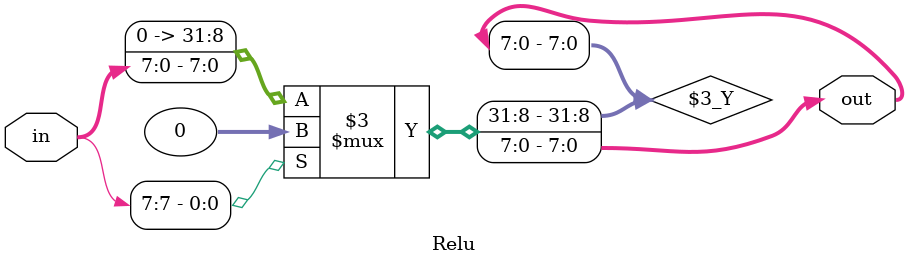
<source format=sv>
module Relu ( 
input logic  [7:0] in  ,   
output logic [7:0] out 
);

assign out  =   ( in[7] == 0 ) ? in  : 0  ;

endmodule 
</source>
